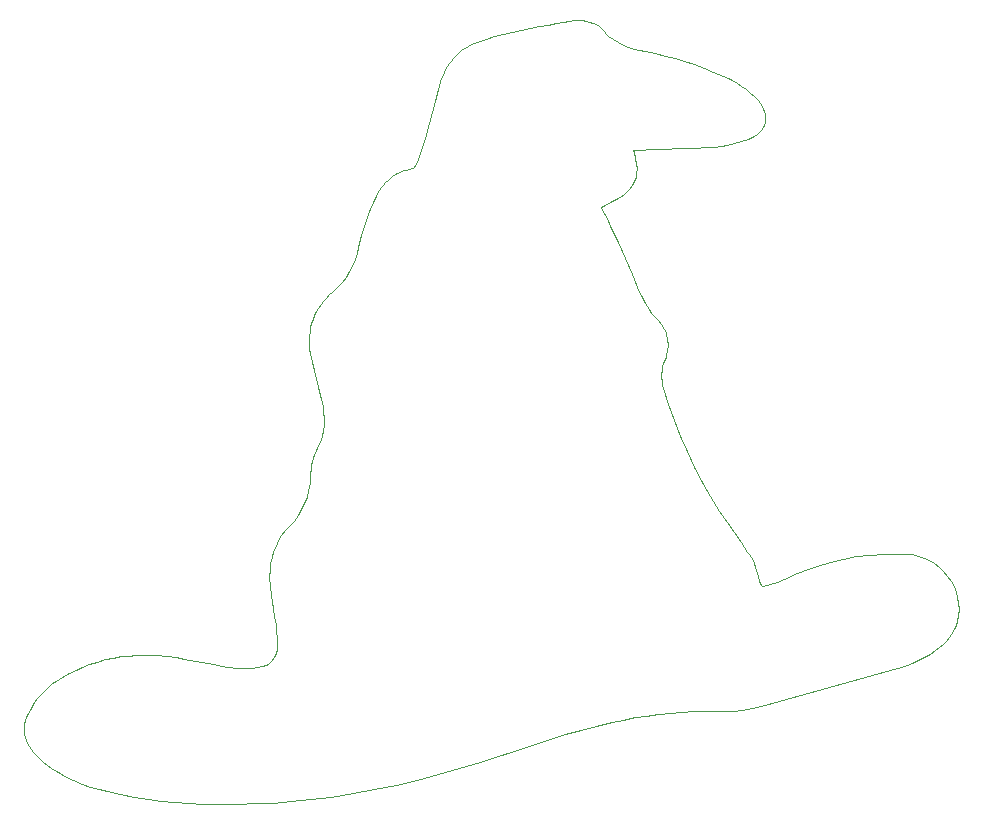
<source format=gbr>
G04 #@! TF.GenerationSoftware,KiCad,Pcbnew,(5.1.10)-1*
G04 #@! TF.CreationDate,2021-07-03T22:49:25-04:00*
G04 #@! TF.ProjectId,Sorting Hat,536f7274-696e-4672-9048-61742e6b6963,rev?*
G04 #@! TF.SameCoordinates,Original*
G04 #@! TF.FileFunction,Profile,NP*
%FSLAX46Y46*%
G04 Gerber Fmt 4.6, Leading zero omitted, Abs format (unit mm)*
G04 Created by KiCad (PCBNEW (5.1.10)-1) date 2021-07-03 22:49:25*
%MOMM*%
%LPD*%
G01*
G04 APERTURE LIST*
G04 #@! TA.AperFunction,Profile*
%ADD10C,0.100000*%
G04 #@! TD*
G04 APERTURE END LIST*
D10*
X126046300Y-124852400D02*
X125233000Y-124852400D01*
X125233000Y-124852400D02*
X124405800Y-124852400D01*
X124405800Y-124852400D02*
X123222300Y-124844600D01*
X123222300Y-124844600D02*
X122040500Y-124800500D01*
X122040500Y-124800500D02*
X120861100Y-124720000D01*
X120861100Y-124720000D02*
X119685100Y-124603500D01*
X119685100Y-124603500D02*
X118513200Y-124450800D01*
X118513200Y-124450800D02*
X117346200Y-124262200D01*
X117346200Y-124262200D02*
X116185050Y-124037700D01*
X116185050Y-124037700D02*
X115030530Y-123777400D01*
X115030530Y-123777400D02*
X114367970Y-123602100D01*
X114367970Y-123602100D02*
X113669920Y-123393100D01*
X113669920Y-123393100D02*
X112946660Y-123142400D01*
X112946660Y-123142400D02*
X112208520Y-122841900D01*
X112208520Y-122841900D02*
X111465800Y-122483900D01*
X111465800Y-122483900D02*
X111095940Y-122280900D01*
X111095940Y-122280900D02*
X110728800Y-122060400D01*
X110728800Y-122060400D02*
X110365670Y-121821600D01*
X110365670Y-121821600D02*
X110007840Y-121563400D01*
X110007840Y-121563400D02*
X109656590Y-121284900D01*
X109656590Y-121284900D02*
X109313220Y-120985000D01*
X109313220Y-120985000D02*
X109055530Y-120732800D01*
X109055530Y-120732800D02*
X108826970Y-120479700D01*
X108826970Y-120479700D02*
X108627560Y-120225200D01*
X108627560Y-120225200D02*
X108457300Y-119968900D01*
X108457300Y-119968900D02*
X108316204Y-119710300D01*
X108316204Y-119710300D02*
X108204284Y-119449000D01*
X108204284Y-119449000D02*
X108121548Y-119184400D01*
X108121548Y-119184400D02*
X108068007Y-118916100D01*
X108068007Y-118916100D02*
X108043672Y-118643600D01*
X108043672Y-118643600D02*
X108048551Y-118366500D01*
X108048551Y-118366500D02*
X108082656Y-118084300D01*
X108082656Y-118084300D02*
X108145996Y-117796500D01*
X108145996Y-117796500D02*
X108238583Y-117502700D01*
X108238583Y-117502700D02*
X108360430Y-117202300D01*
X108360430Y-117202300D02*
X108511530Y-116895000D01*
X108511530Y-116895000D02*
X108691920Y-116580100D01*
X108691920Y-116580100D02*
X108909080Y-116249100D01*
X108909080Y-116249100D02*
X109139460Y-115938600D01*
X109139460Y-115938600D02*
X109381640Y-115647800D01*
X109381640Y-115647800D02*
X109634170Y-115375900D01*
X109634170Y-115375900D02*
X109895640Y-115121900D01*
X109895640Y-115121900D02*
X110164630Y-114885100D01*
X110164630Y-114885100D02*
X110439690Y-114664500D01*
X110439690Y-114664500D02*
X110719420Y-114459300D01*
X110719420Y-114459300D02*
X111287140Y-114091500D01*
X111287140Y-114091500D02*
X111856370Y-113775000D01*
X111856370Y-113775000D02*
X112415700Y-113502700D01*
X112415700Y-113502700D02*
X112953730Y-113267700D01*
X112953730Y-113267700D02*
X113588090Y-113024000D01*
X113588090Y-113024000D02*
X114232760Y-112813100D01*
X114232760Y-112813100D02*
X114886430Y-112635300D01*
X114886430Y-112635300D02*
X115547850Y-112490900D01*
X115547850Y-112490900D02*
X116215710Y-112380200D01*
X116215710Y-112380200D02*
X116888750Y-112303300D01*
X116888750Y-112303300D02*
X117565700Y-112260500D01*
X117565700Y-112260500D02*
X118245200Y-112252000D01*
X118245200Y-112252000D02*
X119210000Y-112280900D01*
X119210000Y-112280900D02*
X120171900Y-112360200D01*
X120171900Y-112360200D02*
X120894000Y-112451500D01*
X120894000Y-112451500D02*
X121605600Y-112567000D01*
X121605600Y-112567000D02*
X123002700Y-112831400D01*
X123002700Y-112831400D02*
X124162300Y-113056100D01*
X124162300Y-113056100D02*
X124730400Y-113153900D01*
X124730400Y-113153900D02*
X125295900Y-113236300D01*
X125295900Y-113236300D02*
X126082600Y-113326300D01*
X126082600Y-113326300D02*
X126873500Y-113365400D01*
X126873500Y-113365400D02*
X127337500Y-113350300D01*
X127337500Y-113350300D02*
X127798500Y-113295600D01*
X127798500Y-113295600D02*
X128183300Y-113206500D01*
X128183300Y-113206500D02*
X128518400Y-113073000D01*
X128518400Y-113073000D02*
X128667300Y-112989700D01*
X128667300Y-112989700D02*
X128803700Y-112895500D01*
X128803700Y-112895500D02*
X128927800Y-112790300D01*
X128927800Y-112790300D02*
X129039300Y-112674300D01*
X129039300Y-112674300D02*
X129138500Y-112547600D01*
X129138500Y-112547600D02*
X129225200Y-112410000D01*
X129225200Y-112410000D02*
X129299500Y-112261800D01*
X129299500Y-112261800D02*
X129361300Y-112102900D01*
X129361300Y-112102900D02*
X129447700Y-111753400D01*
X129447700Y-111753400D02*
X129484400Y-111361900D01*
X129484400Y-111361900D02*
X129465300Y-110776900D01*
X129465300Y-110776900D02*
X129418200Y-110193800D01*
X129418200Y-110193800D02*
X129343100Y-109613600D01*
X129343100Y-109613600D02*
X129240000Y-109037300D01*
X129240000Y-109037300D02*
X129110900Y-108231000D01*
X129110900Y-108231000D02*
X129048100Y-107812200D01*
X129048100Y-107812200D02*
X128932300Y-107106600D01*
X128932300Y-107106600D02*
X128859300Y-106396000D01*
X128859300Y-106396000D02*
X128829200Y-105682400D01*
X128829200Y-105682400D02*
X128842100Y-104967500D01*
X128842100Y-104967500D02*
X128902200Y-104456900D01*
X128902200Y-104456900D02*
X129006700Y-103956600D01*
X129006700Y-103956600D02*
X129154400Y-103469300D01*
X129154400Y-103469300D02*
X129343900Y-102997700D01*
X129343900Y-102997700D02*
X129574200Y-102544700D01*
X129574200Y-102544700D02*
X129843800Y-102112800D01*
X129843800Y-102112800D02*
X130151700Y-101704800D01*
X130151700Y-101704800D02*
X130496600Y-101323500D01*
X130496600Y-101323500D02*
X130883100Y-100883900D01*
X130883100Y-100883900D02*
X131225200Y-100413500D01*
X131225200Y-100413500D02*
X131521300Y-99915700D01*
X131521300Y-99915700D02*
X131770100Y-99393900D01*
X131770100Y-99393900D02*
X131970100Y-98851500D01*
X131970100Y-98851500D02*
X132119800Y-98291900D01*
X132119800Y-98291900D02*
X132217800Y-97718600D01*
X132217800Y-97718600D02*
X132262700Y-97135000D01*
X132262700Y-97135000D02*
X132284900Y-96814800D01*
X132284900Y-96814800D02*
X132323100Y-96496700D01*
X132323100Y-96496700D02*
X132377500Y-96181400D01*
X132377500Y-96181400D02*
X132447600Y-95869500D01*
X132447600Y-95869500D02*
X132533500Y-95561500D01*
X132533500Y-95561500D02*
X132635000Y-95258000D01*
X132635000Y-95258000D02*
X132751900Y-94959800D01*
X132751900Y-94959800D02*
X132884000Y-94667300D01*
X132884000Y-94667300D02*
X133089700Y-94203400D01*
X133089700Y-94203400D02*
X133246400Y-93729300D01*
X133246400Y-93729300D02*
X133355000Y-93242800D01*
X133355000Y-93242800D02*
X133416300Y-92741800D01*
X133416300Y-92741800D02*
X133431200Y-92224400D01*
X133431200Y-92224400D02*
X133400400Y-91688300D01*
X133400400Y-91688300D02*
X133324800Y-91131600D01*
X133324800Y-91131600D02*
X133205200Y-90552000D01*
X133205200Y-90552000D02*
X132946900Y-89546800D01*
X132946900Y-89546800D02*
X132588200Y-88133600D01*
X132588200Y-88133600D02*
X132422600Y-87411200D01*
X132422600Y-87411200D02*
X132276700Y-86681200D01*
X132276700Y-86681200D02*
X132215900Y-86315700D01*
X132215900Y-86315700D02*
X132180900Y-85950100D01*
X132180900Y-85950100D02*
X132171300Y-85585600D01*
X132171300Y-85585600D02*
X132186800Y-85223400D01*
X132186800Y-85223400D02*
X132226700Y-84864600D01*
X132226700Y-84864600D02*
X132290800Y-84510500D01*
X132290800Y-84510500D02*
X132378600Y-84162200D01*
X132378600Y-84162200D02*
X132489500Y-83821100D01*
X132489500Y-83821100D02*
X132623300Y-83488200D01*
X132623300Y-83488200D02*
X132779500Y-83164800D01*
X132779500Y-83164800D02*
X132957500Y-82852100D01*
X132957500Y-82852100D02*
X133157100Y-82551300D01*
X133157100Y-82551300D02*
X133377700Y-82263600D01*
X133377700Y-82263600D02*
X133619000Y-81990100D01*
X133619000Y-81990100D02*
X133880400Y-81732200D01*
X133880400Y-81732200D02*
X134161500Y-81490900D01*
X134161500Y-81490900D02*
X134573200Y-81107500D01*
X134573200Y-81107500D02*
X134948300Y-80692400D01*
X134948300Y-80692400D02*
X135285200Y-80248300D01*
X135285200Y-80248300D02*
X135582300Y-79777900D01*
X135582300Y-79777900D02*
X135838200Y-79283800D01*
X135838200Y-79283800D02*
X136051400Y-78768700D01*
X136051400Y-78768700D02*
X136220100Y-78235300D01*
X136220100Y-78235300D02*
X136343000Y-77686300D01*
X136343000Y-77686300D02*
X136596400Y-76662900D01*
X136596400Y-76662900D02*
X136905900Y-75655900D01*
X136905900Y-75655900D02*
X137270800Y-74667600D01*
X137270800Y-74667600D02*
X137690400Y-73700300D01*
X137690400Y-73700300D02*
X137825600Y-73414500D01*
X137825600Y-73414500D02*
X137969500Y-73144900D01*
X137969500Y-73144900D02*
X138122200Y-72891400D01*
X138122200Y-72891400D02*
X138283700Y-72654000D01*
X138283700Y-72654000D02*
X138453900Y-72432600D01*
X138453900Y-72432600D02*
X138633100Y-72227100D01*
X138633100Y-72227100D02*
X138821100Y-72037600D01*
X138821100Y-72037600D02*
X139018000Y-71863900D01*
X139018000Y-71863900D02*
X139223900Y-71706100D01*
X139223900Y-71706100D02*
X139438800Y-71564000D01*
X139438800Y-71564000D02*
X139662700Y-71437700D01*
X139662700Y-71437700D02*
X139895700Y-71327100D01*
X139895700Y-71327100D02*
X140137800Y-71232100D01*
X140137800Y-71232100D02*
X140389000Y-71152700D01*
X140389000Y-71152700D02*
X140649400Y-71088900D01*
X140649400Y-71088900D02*
X140919000Y-71040600D01*
X140919000Y-71040600D02*
X140973900Y-71028200D01*
X140973900Y-71028200D02*
X141062100Y-70962500D01*
X141062100Y-70962500D02*
X141179100Y-70800600D01*
X141179100Y-70800600D02*
X141320400Y-70499600D01*
X141320400Y-70499600D02*
X141583600Y-69743300D01*
X141583600Y-69743300D02*
X141825600Y-68980200D01*
X141825600Y-68980200D02*
X142046200Y-68210600D01*
X142046200Y-68210600D02*
X142245400Y-67435000D01*
X142245400Y-67435000D02*
X142301200Y-67204600D01*
X142301200Y-67204600D02*
X142800800Y-65315400D01*
X142800800Y-65315400D02*
X143078200Y-64365600D01*
X143078200Y-64365600D02*
X143386700Y-63421000D01*
X143386700Y-63421000D02*
X143480000Y-63153900D01*
X143480000Y-63153900D02*
X143588300Y-62894500D01*
X143588300Y-62894500D02*
X143711000Y-62643300D01*
X143711000Y-62643300D02*
X143847700Y-62400700D01*
X143847700Y-62400700D02*
X143997900Y-62167300D01*
X143997900Y-62167300D02*
X144161100Y-61943600D01*
X144161100Y-61943600D02*
X144336700Y-61730100D01*
X144336700Y-61730100D02*
X144524400Y-61527300D01*
X144524400Y-61527300D02*
X144723400Y-61335770D01*
X144723400Y-61335770D02*
X144933400Y-61155990D01*
X144933400Y-61155990D02*
X145153900Y-60988480D01*
X145153900Y-60988480D02*
X145384300Y-60833750D01*
X145384300Y-60833750D02*
X145624200Y-60692320D01*
X145624200Y-60692320D02*
X145873000Y-60564690D01*
X145873000Y-60564690D02*
X146130300Y-60451380D01*
X146130300Y-60451380D02*
X146395500Y-60352910D01*
X146395500Y-60352910D02*
X147133000Y-60112560D01*
X147133000Y-60112560D02*
X147875300Y-59888030D01*
X147875300Y-59888030D02*
X148621900Y-59679380D01*
X148621900Y-59679380D02*
X149372800Y-59486670D01*
X149372800Y-59486670D02*
X150127600Y-59309960D01*
X150127600Y-59309960D02*
X150886000Y-59149310D01*
X150886000Y-59149310D02*
X151647900Y-59004790D01*
X151647900Y-59004790D02*
X152413000Y-58876460D01*
X152413000Y-58876460D02*
X153069200Y-58771750D01*
X153069200Y-58771750D02*
X153645900Y-58675760D01*
X153645900Y-58675760D02*
X154217500Y-58569300D01*
X154217500Y-58569300D02*
X154598000Y-58513840D01*
X154598000Y-58513840D02*
X154981900Y-58492510D01*
X154981900Y-58492510D02*
X155292000Y-58502970D01*
X155292000Y-58502970D02*
X155596400Y-58546780D01*
X155596400Y-58546780D02*
X155892700Y-58622840D01*
X155892700Y-58622840D02*
X156178200Y-58730080D01*
X156178200Y-58730080D02*
X156450500Y-58867390D01*
X156450500Y-58867390D02*
X156707100Y-59033690D01*
X156707100Y-59033690D02*
X156945600Y-59227890D01*
X156945600Y-59227890D02*
X157163400Y-59448890D01*
X157163400Y-59448890D02*
X157342000Y-59637580D01*
X157342000Y-59637580D02*
X157527700Y-59811520D01*
X157527700Y-59811520D02*
X157918900Y-60118290D01*
X157918900Y-60118290D02*
X158332600Y-60375470D01*
X158332600Y-60375470D02*
X158764700Y-60589380D01*
X158764700Y-60589380D02*
X159210800Y-60766320D01*
X159210800Y-60766320D02*
X159666700Y-60912570D01*
X159666700Y-60912570D02*
X160128200Y-61034450D01*
X160128200Y-61034450D02*
X160591000Y-61138250D01*
X160591000Y-61138250D02*
X161442400Y-61308030D01*
X161442400Y-61308030D02*
X162287700Y-61503500D01*
X162287700Y-61503500D02*
X163126200Y-61724400D01*
X163126200Y-61724400D02*
X163957500Y-61970500D01*
X163957500Y-61970500D02*
X164780900Y-62241800D01*
X164780900Y-62241800D02*
X165595900Y-62538100D01*
X165595900Y-62538100D02*
X166402000Y-62859000D01*
X166402000Y-62859000D02*
X167198400Y-63204600D01*
X167198400Y-63204600D02*
X167613700Y-63395000D01*
X167613700Y-63395000D02*
X168017900Y-63606300D01*
X168017900Y-63606300D02*
X168410000Y-63837800D01*
X168410000Y-63837800D02*
X168789500Y-64089100D01*
X168789500Y-64089100D02*
X169155500Y-64359700D01*
X169155500Y-64359700D02*
X169507300Y-64648900D01*
X169507300Y-64648900D02*
X169844100Y-64956300D01*
X169844100Y-64956300D02*
X170165200Y-65281400D01*
X170165200Y-65281400D02*
X170352400Y-65521700D01*
X170352400Y-65521700D02*
X170507900Y-65760900D01*
X170507900Y-65760900D02*
X170631400Y-65998800D01*
X170631400Y-65998800D02*
X170722800Y-66235100D01*
X170722800Y-66235100D02*
X170781900Y-66469900D01*
X170781900Y-66469900D02*
X170808200Y-66702900D01*
X170808200Y-66702900D02*
X170801700Y-66933900D01*
X170801700Y-66933900D02*
X170762100Y-67162700D01*
X170762100Y-67162700D02*
X170690800Y-67384100D01*
X170690800Y-67384100D02*
X170589600Y-67592400D01*
X170589600Y-67592400D02*
X170458700Y-67787600D01*
X170458700Y-67787600D02*
X170298300Y-67969400D01*
X170298300Y-67969400D02*
X170108600Y-68137700D01*
X170108600Y-68137700D02*
X169889900Y-68292100D01*
X169889900Y-68292100D02*
X169642200Y-68432600D01*
X169642200Y-68432600D02*
X169365900Y-68558900D01*
X169365900Y-68558900D02*
X168779600Y-68770400D01*
X168779600Y-68770400D02*
X168190500Y-68937400D01*
X168190500Y-68937400D02*
X167601900Y-69065400D01*
X167601900Y-69065400D02*
X167017300Y-69160100D01*
X167017300Y-69160100D02*
X166440100Y-69227000D01*
X166440100Y-69227000D02*
X165873600Y-69271600D01*
X165873600Y-69271600D02*
X164786500Y-69316300D01*
X164786500Y-69316300D02*
X163896400Y-69337300D01*
X163896400Y-69337300D02*
X161761200Y-69391800D01*
X161761200Y-69391800D02*
X159631100Y-69459400D01*
X159631100Y-69459400D02*
X159697500Y-69707200D01*
X159697500Y-69707200D02*
X159811700Y-70175300D01*
X159811700Y-70175300D02*
X159896400Y-70649700D01*
X159896400Y-70649700D02*
X159926200Y-71034800D01*
X159926200Y-71034800D02*
X159901000Y-71414400D01*
X159901000Y-71414400D02*
X159823200Y-71783200D01*
X159823200Y-71783200D02*
X159695200Y-72135900D01*
X159695200Y-72135900D02*
X159519300Y-72467300D01*
X159519300Y-72467300D02*
X159297700Y-72772200D01*
X159297700Y-72772200D02*
X159032900Y-73045300D01*
X159032900Y-73045300D02*
X158727100Y-73281400D01*
X158727100Y-73281400D02*
X158200800Y-73618400D01*
X158200800Y-73618400D02*
X157655600Y-73923700D01*
X157655600Y-73923700D02*
X157194800Y-74178500D01*
X157194800Y-74178500D02*
X157057800Y-74264700D01*
X157057800Y-74264700D02*
X156929600Y-74363500D01*
X156929600Y-74363500D02*
X157023800Y-74576400D01*
X157023800Y-74576400D02*
X157368900Y-75243600D01*
X157368900Y-75243600D02*
X157701000Y-75917000D01*
X157701000Y-75917000D02*
X158331400Y-77275300D01*
X158331400Y-77275300D02*
X158925800Y-78637600D01*
X158925800Y-78637600D02*
X159495000Y-79990000D01*
X159495000Y-79990000D02*
X160130300Y-81487400D01*
X160130300Y-81487400D02*
X160269300Y-81803900D01*
X160269300Y-81803900D02*
X160422200Y-82113300D01*
X160422200Y-82113300D02*
X160588600Y-82415300D01*
X160588600Y-82415300D02*
X160768200Y-82709400D01*
X160768200Y-82709400D02*
X160960800Y-82995100D01*
X160960800Y-82995100D02*
X161166100Y-83272100D01*
X161166100Y-83272100D02*
X161383900Y-83539900D01*
X161383900Y-83539900D02*
X161613700Y-83798100D01*
X161613700Y-83798100D02*
X161778400Y-83969800D01*
X161778400Y-83969800D02*
X161927500Y-84151800D01*
X161927500Y-84151800D02*
X162060900Y-84343100D01*
X162060900Y-84343100D02*
X162178400Y-84542700D01*
X162178400Y-84542700D02*
X162279800Y-84749500D01*
X162279800Y-84749500D02*
X162364900Y-84962600D01*
X162364900Y-84962600D02*
X162433500Y-85181000D01*
X162433500Y-85181000D02*
X162485500Y-85403700D01*
X162485500Y-85403700D02*
X162520500Y-85629600D01*
X162520500Y-85629600D02*
X162538500Y-85857800D01*
X162538500Y-85857800D02*
X162539200Y-86087200D01*
X162539200Y-86087200D02*
X162522400Y-86317000D01*
X162522400Y-86317000D02*
X162488000Y-86546000D01*
X162488000Y-86546000D02*
X162435700Y-86773300D01*
X162435700Y-86773300D02*
X162365400Y-86997800D01*
X162365400Y-86997800D02*
X162276900Y-87218700D01*
X162276900Y-87218700D02*
X162168200Y-87513800D01*
X162168200Y-87513800D02*
X162087200Y-87815700D01*
X162087200Y-87815700D02*
X162033900Y-88122400D01*
X162033900Y-88122400D02*
X162008400Y-88432100D01*
X162008400Y-88432100D02*
X162010900Y-88742800D01*
X162010900Y-88742800D02*
X162041200Y-89052600D01*
X162041200Y-89052600D02*
X162099600Y-89359600D01*
X162099600Y-89359600D02*
X162186100Y-89662000D01*
X162186100Y-89662000D02*
X162607800Y-91029800D01*
X162607800Y-91029800D02*
X163079300Y-92379600D01*
X163079300Y-92379600D02*
X163599900Y-93710300D01*
X163599900Y-93710300D02*
X164169100Y-95020400D01*
X164169100Y-95020400D02*
X164786200Y-96308600D01*
X164786200Y-96308600D02*
X165450700Y-97573600D01*
X165450700Y-97573600D02*
X166161900Y-98814000D01*
X166161900Y-98814000D02*
X166919200Y-100028500D01*
X166919200Y-100028500D02*
X167529900Y-100977000D01*
X167529900Y-100977000D02*
X168124700Y-101867600D01*
X168124700Y-101867600D02*
X168708300Y-102705100D01*
X168708300Y-102705100D02*
X169285700Y-103494500D01*
X169285700Y-103494500D02*
X169448100Y-103735000D01*
X169448100Y-103735000D02*
X169597000Y-103983400D01*
X169597000Y-103983400D02*
X169732200Y-104239100D01*
X169732200Y-104239100D02*
X169853400Y-104501400D01*
X169853400Y-104501400D02*
X169960300Y-104769900D01*
X169960300Y-104769900D02*
X170052800Y-105043900D01*
X170052800Y-105043900D02*
X170130500Y-105322900D01*
X170130500Y-105322900D02*
X170193200Y-105606200D01*
X170193200Y-105606200D02*
X170278600Y-105976700D01*
X170278600Y-105976700D02*
X170413100Y-106332200D01*
X170413100Y-106332200D02*
X170493300Y-106447400D01*
X170493300Y-106447400D02*
X170584100Y-106426500D01*
X170584100Y-106426500D02*
X171188600Y-106247200D01*
X171188600Y-106247200D02*
X171784000Y-106040600D01*
X171784000Y-106040600D02*
X172369300Y-105807000D01*
X172369300Y-105807000D02*
X172943600Y-105546900D01*
X172943600Y-105546900D02*
X173100700Y-105477100D01*
X173100700Y-105477100D02*
X174147300Y-105049900D01*
X174147300Y-105049900D02*
X175212700Y-104679100D01*
X175212700Y-104679100D02*
X176294700Y-104365100D01*
X176294700Y-104365100D02*
X177390800Y-104108600D01*
X177390800Y-104108600D02*
X178499000Y-103909900D01*
X178499000Y-103909900D02*
X179616700Y-103769500D01*
X179616700Y-103769500D02*
X180741900Y-103687900D01*
X180741900Y-103687900D02*
X181872100Y-103665600D01*
X181872100Y-103665600D02*
X182692400Y-103665600D01*
X182692400Y-103665600D02*
X183214200Y-103723000D01*
X183214200Y-103723000D02*
X183721500Y-103837600D01*
X183721500Y-103837600D02*
X184210000Y-104006800D01*
X184210000Y-104006800D02*
X184675500Y-104228400D01*
X184675500Y-104228400D02*
X185113500Y-104500100D01*
X185113500Y-104500100D02*
X185520000Y-104819500D01*
X185520000Y-104819500D02*
X185890700Y-105184400D01*
X185890700Y-105184400D02*
X186221200Y-105592300D01*
X186221200Y-105592300D02*
X186510300Y-106005700D01*
X186510300Y-106005700D02*
X186748300Y-106444900D01*
X186748300Y-106444900D02*
X186934300Y-106905300D01*
X186934300Y-106905300D02*
X187067300Y-107382200D01*
X187067300Y-107382200D02*
X187146300Y-107871000D01*
X187146300Y-107871000D02*
X187170100Y-108366900D01*
X187170100Y-108366900D02*
X187137800Y-108865500D01*
X187137800Y-108865500D02*
X187048400Y-109361900D01*
X187048400Y-109361900D02*
X186916300Y-109736800D01*
X186916300Y-109736800D02*
X186753400Y-110096800D01*
X186753400Y-110096800D02*
X186561000Y-110440500D01*
X186561000Y-110440500D02*
X186340400Y-110765900D01*
X186340400Y-110765900D02*
X186092900Y-111071400D01*
X186092900Y-111071400D02*
X185819800Y-111355100D01*
X185819800Y-111355100D02*
X185522400Y-111615500D01*
X185522400Y-111615500D02*
X185202000Y-111850600D01*
X185202000Y-111850600D02*
X184735400Y-112175100D01*
X184735400Y-112175100D02*
X184253100Y-112455800D01*
X184253100Y-112455800D02*
X183761100Y-112697800D01*
X183761100Y-112697800D02*
X183265200Y-112906500D01*
X183265200Y-112906500D02*
X182771500Y-113087000D01*
X182771500Y-113087000D02*
X182285900Y-113244600D01*
X182285900Y-113244600D02*
X181362500Y-113512000D01*
X181362500Y-113512000D02*
X170437500Y-116608000D01*
X170437500Y-116608000D02*
X169648300Y-116783200D01*
X169648300Y-116783200D02*
X168849900Y-116903400D01*
X168849900Y-116903400D02*
X168045100Y-116968500D01*
X168045100Y-116968500D02*
X167236800Y-116978000D01*
X167236800Y-116978000D02*
X166245500Y-116978000D01*
X166245500Y-116978000D02*
X165676600Y-116978000D01*
X165676600Y-116978000D02*
X164682300Y-117003500D01*
X164682300Y-117003500D02*
X163689800Y-117056800D01*
X163689800Y-117056800D02*
X162699500Y-117137700D01*
X162699500Y-117137700D02*
X161712000Y-117246300D01*
X161712000Y-117246300D02*
X160728000Y-117382400D01*
X160728000Y-117382400D02*
X159747900Y-117546000D01*
X159747900Y-117546000D02*
X158772500Y-117737000D01*
X158772500Y-117737000D02*
X157802200Y-117955300D01*
X157802200Y-117955300D02*
X156493500Y-118267800D01*
X156493500Y-118267800D02*
X155186300Y-118610400D01*
X155186300Y-118610400D02*
X153882100Y-118978100D01*
X153882100Y-118978100D02*
X152582200Y-119365900D01*
X152582200Y-119365900D02*
X150001700Y-120182300D01*
X150001700Y-120182300D02*
X147456600Y-121019900D01*
X147456600Y-121019900D02*
X146636300Y-121292200D01*
X146636300Y-121292200D02*
X144874800Y-121850900D01*
X144874800Y-121850900D02*
X143100500Y-122364100D01*
X143100500Y-122364100D02*
X141314300Y-122831800D01*
X141314300Y-122831800D02*
X139517000Y-123253600D01*
X139517000Y-123253600D02*
X137709500Y-123629500D01*
X137709500Y-123629500D02*
X135892700Y-123959100D01*
X135892700Y-123959100D02*
X134067600Y-124242300D01*
X134067600Y-124242300D02*
X132234800Y-124479000D01*
X132234800Y-124479000D02*
X130692100Y-124637400D01*
X130692100Y-124637400D02*
X129145800Y-124752500D01*
X129145800Y-124752500D02*
X127596900Y-124824200D01*
X127596900Y-124824200D02*
X126046300Y-124852400D01*
X126046300Y-124852400D02*
X126046300Y-124852400D01*
X126046300Y-124852400D02*
X126046300Y-124852400D01*
M02*

</source>
